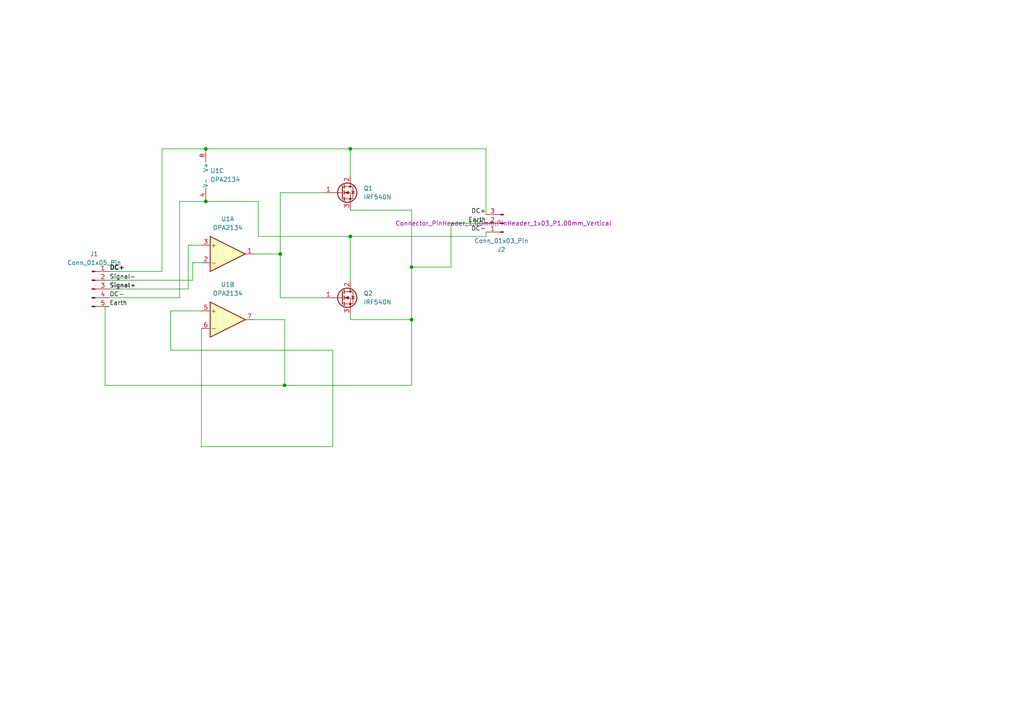
<source format=kicad_sch>
(kicad_sch (version 20250114) (generator "eeschema") (generator_version "9.0")
  (paper "A4")
  (lib_symbols
    (symbol "Amplifier_Operational:OPA2134" (pin_names (offset 0.127))
      (property "Reference" "U" (at 0 5.08 0))
      (property "Value" "OPA2134" (at 0 -5.08 0))
      (symbol "OPA2134_1_1"
        (polyline (pts (xy -5.08 5.08) (xy 5.08 0) (xy -5.08 -5.08) (xy -5.08 5.08)) (stroke (width 0.254)) (fill (type background)))
        (pin input line (at -7.62 2.54 0) (length 2.54) (name "+") (number "3"))
        (pin input line (at -7.62 -2.54 0) (length 2.54) (name "-") (number "2"))
        (pin output line (at 7.62 0 180) (length 2.54) (name "~") (number "1"))
      )
      (symbol "OPA2134_2_1"
        (polyline (pts (xy -5.08 5.08) (xy 5.08 0) (xy -5.08 -5.08) (xy -5.08 5.08)) (stroke (width 0.254)) (fill (type background)))
        (pin input line (at -7.62 2.54 0) (length 2.54) (name "+") (number "5"))
        (pin input line (at -7.62 -2.54 0) (length 2.54) (name "-") (number "6"))
        (pin output line (at 7.62 0 180) (length 2.54) (name "~") (number "7"))
      )
      (symbol "OPA2134_3_1"
        (pin power_in line (at -2.54 7.62 270) (length 3.81) (name "V+") (number "8"))
        (pin power_in line (at -2.54 -7.62 90) (length 3.81) (name "V-") (number "4"))
      )
    )
    (symbol "Connector:Conn_01x03_Pin" (pin_names (offset 1.016) (hide yes))
      (property "Reference" "J" (at 0 5.08 0))
      (property "Value" "Conn_01x03_Pin" (at 0 -5.08 0))
      (symbol "Conn_01x03_Pin_1_1"
        (rectangle (start 0.8636 2.667) (end 0 2.413) (stroke (width 0.1524)) (fill (type outline)))
        (rectangle (start 0.8636 0.127) (end 0 -0.127) (stroke (width 0.1524)) (fill (type outline)))
        (rectangle (start 0.8636 -2.413) (end 0 -2.667) (stroke (width 0.1524)) (fill (type outline)))
        (polyline (pts (xy 1.27 2.54) (xy 0.8636 2.54)) (stroke (width 0.1524)))
        (polyline (pts (xy 1.27 0) (xy 0.8636 0)) (stroke (width 0.1524)))
        (polyline (pts (xy 1.27 -2.54) (xy 0.8636 -2.54)) (stroke (width 0.1524)))
        (pin passive line (at 5.08 2.54 180) (length 3.81) (name "Pin_1") (number "1"))
        (pin passive line (at 5.08 0 180) (length 3.81) (name "Pin_2") (number "2"))
        (pin passive line (at 5.08 -2.54 180) (length 3.81) (name "Pin_3") (number "3"))
      )
    )
    (symbol "Connector:Conn_01x05_Pin" (pin_names (offset 1.016) (hide yes))
      (property "Reference" "J" (at 0 7.62 0))
      (property "Value" "Conn_01x05_Pin" (at 0 -7.62 0))
      (symbol "Conn_01x05_Pin_1_1"
        (rectangle (start 0.8636 5.207) (end 0 4.953) (stroke (width 0.1524)) (fill (type outline)))
        (rectangle (start 0.8636 2.667) (end 0 2.413) (stroke (width 0.1524)) (fill (type outline)))
        (rectangle (start 0.8636 0.127) (end 0 -0.127) (stroke (width 0.1524)) (fill (type outline)))
        (rectangle (start 0.8636 -2.413) (end 0 -2.667) (stroke (width 0.1524)) (fill (type outline)))
        (rectangle (start 0.8636 -4.953) (end 0 -5.207) (stroke (width 0.1524)) (fill (type outline)))
        (polyline (pts (xy 1.27 5.08) (xy 0.8636 5.08)) (stroke (width 0.1524)))
        (polyline (pts (xy 1.27 2.54) (xy 0.8636 2.54)) (stroke (width 0.1524)))
        (polyline (pts (xy 1.27 0) (xy 0.8636 0)) (stroke (width 0.1524)))
        (polyline (pts (xy 1.27 -2.54) (xy 0.8636 -2.54)) (stroke (width 0.1524)))
        (polyline (pts (xy 1.27 -5.08) (xy 0.8636 -5.08)) (stroke (width 0.1524)))
        (pin passive line (at 5.08 5.08 180) (length 3.81) (name "Pin_1") (number "1"))
        (pin passive line (at 5.08 2.54 180) (length 3.81) (name "Pin_2") (number "2"))
        (pin passive line (at 5.08 0 180) (length 3.81) (name "Pin_3") (number "3"))
        (pin passive line (at 5.08 -2.54 180) (length 3.81) (name "Pin_4") (number "4"))
        (pin passive line (at 5.08 -5.08 180) (length 3.81) (name "Pin_5") (number "5"))
      )
    )
    (symbol "Transistor_FET:IRF540N" (pin_names (hide yes))
      (property "Reference" "Q" (at 5.08 1.905 0))
      (property "Value" "IRF540N" (at 5.08 0 0))
      (symbol "IRF540N_0_1"
        (polyline (pts (xy 0.254 1.905) (xy 0.254 -1.905)) (stroke (width 0.254)))
        (polyline (pts (xy 0.254 0) (xy -2.54 0)))
        (polyline (pts (xy 0.762 2.286) (xy 0.762 1.27)) (stroke (width 0.254)))
        (polyline (pts (xy 0.762 0.508) (xy 0.762 -0.508)) (stroke (width 0.254)))
        (polyline (pts (xy 0.762 -1.27) (xy 0.762 -2.286)) (stroke (width 0.254)))
        (polyline (pts (xy 0.762 -1.778) (xy 3.302 -1.778) (xy 3.302 1.778) (xy 0.762 1.778)))
        (polyline (pts (xy 1.016 0) (xy 2.032 0.381) (xy 2.032 -0.381) (xy 1.016 0)) (fill (type outline)))
        (circle (center 1.651 0) (radius 2.794) (stroke (width 0.254)))
        (polyline (pts (xy 2.54 2.54) (xy 2.54 1.778)))
        (circle (center 2.54 1.778) (radius 0.254) (fill (type outline)))
        (circle (center 2.54 -1.778) (radius 0.254) (fill (type outline)))
        (polyline (pts (xy 2.54 -2.54) (xy 2.54 0) (xy 0.762 0)))
        (polyline (pts (xy 2.794 0.508) (xy 2.921 0.381) (xy 3.683 0.381) (xy 3.81 0.254)))
        (polyline (pts (xy 3.302 0.381) (xy 2.921 -0.254) (xy 3.683 -0.254) (xy 3.302 0.381)))
      )
      (symbol "IRF540N_1_1"
        (pin input line (at -5.08 0 0) (length 2.54) (name "G") (number "1"))
        (pin passive line (at 2.54 5.08 270) (length 2.54) (name "D") (number "2"))
        (pin passive line (at 2.54 -5.08 90) (length 2.54) (name "S") (number "3"))
      )
    )
  )
  (junction (at 59.69 43.18))
  (junction (at 81.28 73.66))
  (junction (at 119.38 77.47))
  (junction (at 82.55 111.76))
  (junction (at 101.6 43.18))
  (junction (at 119.38 92.71))
  (junction (at 59.69 58.42))
  (junction (at 101.6 68.58))
  (wire (pts (xy 58.42 95.25) (xy 58.42 129.54)))
  (wire (pts (xy 55.88 76.2) (xy 55.88 81.28)))
  (wire (pts (xy 119.38 77.47) (xy 119.38 92.71)))
  (wire (pts (xy 82.55 92.71) (xy 82.55 111.76)))
  (wire (pts (xy 58.42 90.17) (xy 49.53 90.17)))
  (wire (pts (xy 96.52 101.6) (xy 49.53 101.6)))
  (wire (pts (xy 82.55 111.76) (xy 119.38 111.76)))
  (wire (pts (xy 140.97 67.31) (xy 140.97 68.58)))
  (wire (pts (xy 140.97 43.18) (xy 140.97 62.23)))
  (wire (pts (xy 101.6 92.71) (xy 119.38 92.71)))
  (wire (pts (xy 46.99 78.74) (xy 46.99 43.18)))
  (wire (pts (xy 101.6 60.96) (xy 119.38 60.96)))
  (wire (pts (xy 101.6 43.18) (xy 59.69 43.18)))
  (wire (pts (xy 101.6 50.8) (xy 101.6 43.18)))
  (wire (pts (xy 140.97 64.77) (xy 130.81 64.77)))
  (wire (pts (xy 31.75 78.74) (xy 46.99 78.74)))
  (wire (pts (xy 54.61 71.12) (xy 54.61 83.82)))
  (wire (pts (xy 52.07 86.36) (xy 52.07 58.42)))
  (wire (pts (xy 81.28 86.36) (xy 93.98 86.36)))
  (wire (pts (xy 101.6 68.58) (xy 140.97 68.58)))
  (wire (pts (xy 31.75 86.36) (xy 52.07 86.36)))
  (wire (pts (xy 81.28 55.88) (xy 93.98 55.88)))
  (wire (pts (xy 30.48 111.76) (xy 82.55 111.76)))
  (wire (pts (xy 101.6 91.44) (xy 101.6 92.71)))
  (wire (pts (xy 30.48 111.76) (xy 30.48 88.9)))
  (wire (pts (xy 73.66 73.66) (xy 81.28 73.66)))
  (wire (pts (xy 130.81 64.77) (xy 130.81 77.47)))
  (wire (pts (xy 130.81 77.47) (xy 119.38 77.47)))
  (wire (pts (xy 31.75 83.82) (xy 54.61 83.82)))
  (wire (pts (xy 52.07 58.42) (xy 59.69 58.42)))
  (wire (pts (xy 46.99 43.18) (xy 59.69 43.18)))
  (wire (pts (xy 30.48 88.9) (xy 31.75 88.9)))
  (wire (pts (xy 119.38 60.96) (xy 119.38 77.47)))
  (wire (pts (xy 119.38 92.71) (xy 119.38 111.76)))
  (wire (pts (xy 58.42 129.54) (xy 96.52 129.54)))
  (wire (pts (xy 74.93 68.58) (xy 74.93 58.42)))
  (wire (pts (xy 101.6 43.18) (xy 140.97 43.18)))
  (wire (pts (xy 74.93 68.58) (xy 101.6 68.58)))
  (wire (pts (xy 74.93 58.42) (xy 59.69 58.42)))
  (wire (pts (xy 81.28 73.66) (xy 81.28 55.88)))
  (wire (pts (xy 96.52 101.6) (xy 96.52 129.54)))
  (wire (pts (xy 55.88 76.2) (xy 58.42 76.2)))
  (wire (pts (xy 81.28 73.66) (xy 81.28 86.36)))
  (wire (pts (xy 101.6 68.58) (xy 101.6 81.28)))
  (wire (pts (xy 49.53 90.17) (xy 49.53 101.6)))
  (wire (pts (xy 73.66 92.71) (xy 82.55 92.71)))
  (wire (pts (xy 54.61 71.12) (xy 58.42 71.12)))
  (wire (pts (xy 55.88 81.28) (xy 31.75 81.28)))
  (label "DC+" (at 140.97 62.23 180))
  (label "DC-" (at 140.97 67.31 180))
  (label "Signal-" (at 31.75 83.82 0))
  (label "DC+" (at 31.75 78.74 0) (effects (font (thickness 0.254) (bold yes))))
  (label "DC-" (at 31.75 86.36 0))
  (label "Signal+" (at 31.75 83.82 0))
  (label "Earth" (at 31.75 88.9 0))
  (label "Signal-" (at 31.75 81.28 0))
  (label "Earth" (at 140.97 64.77 180))
  (symbol (lib_id "Amplifier_Operational:OPA2134") (at 66.04 92.71 0) (unit 2)
    (property "Reference" "U1" (at 66.04 82.55 0))
    (property "Value" "OPA2134" (at 66.04 85.09 0))
    (property "Footprint" "Package_DIP:DIP-8_W7.62mm" (effects (hide yes)))
    (property "Datasheet" "http://www.ti.com/lit/ds/symlink/opa134.pdf" (effects (hide yes)))
    (property "Description" "Dual SoundPlus High Performance Audio Operational Amplifiers, DIP-8/SOIC-8" (effects (hide yes)))
  )
  (symbol (lib_id "Connector:Conn_01x03_Pin") (at 146.05 64.77 180) (unit 1)
    (property "Reference" "J2" (at 145.415 72.39 0))
    (property "Value" "Conn_01x03_Pin" (at 145.415 69.85 0))
    (property "Footprint" "Connector_PinHeader_1.00mm:PinHeader_1x03_P1.00mm_Vertical" (at 146.05 64.77 0))
    (property "Description" "Generic connector, single row, 01x03, script generated" (effects (hide yes)))
  )
  (symbol (lib_id "Transistor_FET:IRF540N") (at 99.06 86.36 0) (unit 1)
    (property "Reference" "Q2" (at 105.41 85.0899 0) (effects (justify left)))
    (property "Value" "IRF540N" (at 105.41 87.6299 0) (effects (justify left)))
    (property "Footprint" "Package_TO_SOT_THT:TO-220-3_Vertical" (effects (hide yes)))
    (property "Datasheet" "http://www.irf.com/product-info/datasheets/data/irf540n.pdf" (effects (hide yes)))
    (property "Description" "33A Id, 100V Vds, HEXFET N-Channel MOSFET, TO-220" (effects (hide yes)))
  )
  (symbol (lib_id "Connector:Conn_01x05_Pin") (at 26.67 83.82 0) (unit 1)
    (property "Reference" "J1" (at 27.305 73.66 0))
    (property "Value" "Conn_01x05_Pin" (at 27.305 76.2 0))
    (property "Footprint" "Connector_PinHeader_1.00mm:PinHeader_1x05_P1.00mm_Vertical" (effects (hide yes)))
    (property "Description" "Generic connector, single row, 01x05, script generated" (effects (hide yes)))
  )
  (symbol (lib_id "Transistor_FET:IRF540N") (at 99.06 55.88 0) (unit 1)
    (property "Reference" "Q1" (at 105.41 54.6099 0) (effects (justify left)))
    (property "Value" "IRF540N" (at 105.41 57.1499 0) (effects (justify left)))
    (property "Footprint" "Package_TO_SOT_THT:TO-220-3_Vertical" (effects (hide yes)))
    (property "Datasheet" "http://www.irf.com/product-info/datasheets/data/irf540n.pdf" (effects (hide yes)))
    (property "Description" "33A Id, 100V Vds, HEXFET N-Channel MOSFET, TO-220" (effects (hide yes)))
  )
  (symbol (lib_id "Amplifier_Operational:OPA2134") (at 62.23 50.8 0) (unit 3)
    (property "Reference" "U1" (at 60.96 49.5299 0) (effects (justify left)))
    (property "Value" "OPA2134" (at 60.96 52.0699 0) (effects (justify left)))
    (property "Footprint" "Package_DIP:DIP-8_W7.62mm" (effects (hide yes)))
    (property "Datasheet" "http://www.ti.com/lit/ds/symlink/opa134.pdf" (effects (hide yes)))
    (property "Description" "Dual SoundPlus High Performance Audio Operational Amplifiers, DIP-8/SOIC-8" (effects (hide yes)))
  )
  (symbol (lib_id "Amplifier_Operational:OPA2134") (at 66.04 73.66 0) (unit 1)
    (property "Reference" "U1" (at 66.04 63.5 0))
    (property "Value" "OPA2134" (at 66.04 66.04 0))
    (property "Footprint" "Package_DIP:DIP-8_W7.62mm" (effects (hide yes)))
    (property "Datasheet" "http://www.ti.com/lit/ds/symlink/opa134.pdf" (effects (hide yes)))
    (property "Description" "Dual SoundPlus High Performance Audio Operational Amplifiers, DIP-8/SOIC-8" (effects (hide yes)))
  )
)
</source>
